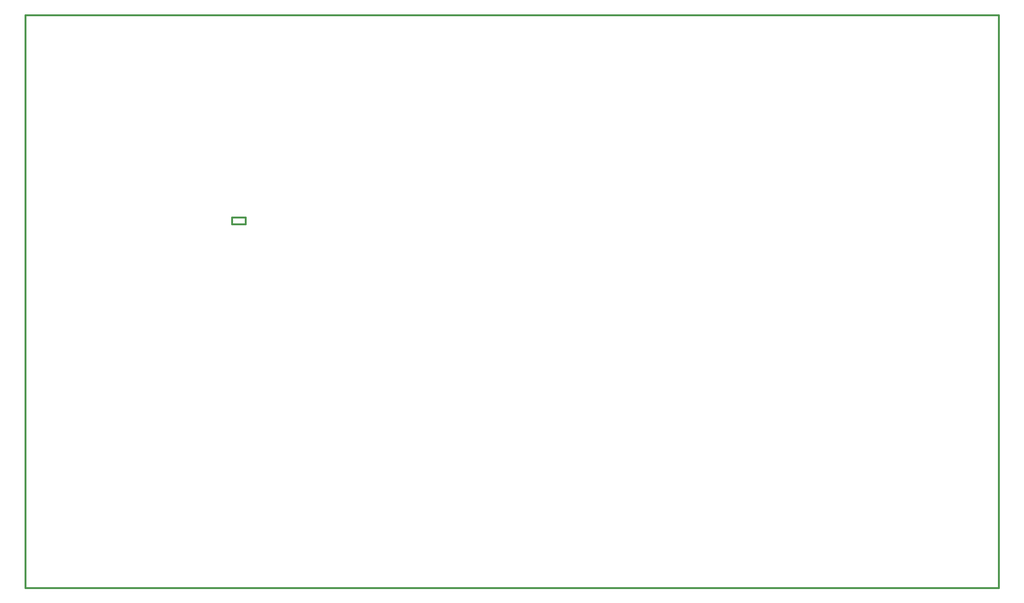
<source format=gko>
%FSLAX33Y33*%
%MOMM*%
%ADD10C,0.381*%
D10*
%LNpath-145*%
G01*
X0Y0D02*
X218200Y0D01*
X218200Y128500*
X0Y128500*
X0Y0*
X46359Y81600D02*
X49359Y81600D01*
X49359Y83100*
X46359Y83100*
X46359Y81600*
%LNmechanical details_traces*%
M02*
</source>
